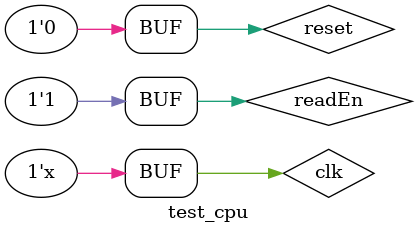
<source format=v>
module test_cpu();
	reg reset ;
	reg clk   ;
    wire writeEn;
    wire readEn;

	wire [31: 0] DeviceData;
    wire [31: 0] Address;
    wire [11: 0] Device_Read_Data;
	
	CPU cpu1(  
		.reset        (reset     ),
		.clk          (clk       ),
        .Address      (Address   ),
        .DeviceData   (DeviceData),
        .writeEn      (writeEn   )
	);
	
    Device device1(
        .clk                (clk             ),
        .reset              (reset           ),
        .readEn             (readEn          ),
        .writeEn            (writeEn         ),
        .writeData          (DeviceData      ),
        .Address            (Address         ),
        .Device_Read_Data   (Device_Read_Data)
    );

	assign readEn = 1;

	initial begin
		reset  = 1;
		clk    = 1;
		#100 reset = 0;
	end
	
	always #50 clk = ~clk;
		
endmodule

</source>
